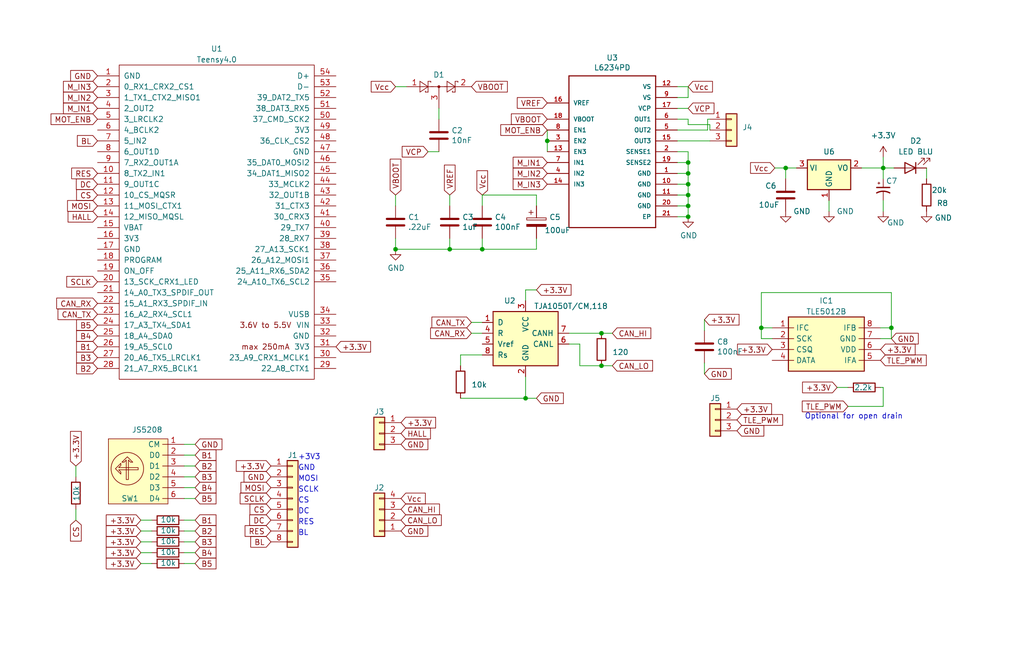
<source format=kicad_sch>
(kicad_sch (version 20230121) (generator eeschema)
  (paper "User" 240.005 152.4)
  (lib_symbols
    (symbol "Connector_Generic:Conn_01x03" (pin_names (offset 1.016) hide)
      (property "Reference" "J" (at 0 5.08 0))
      (property "Value" "Conn_01x03" (at 0 -5.08 0))
      (symbol "Conn_01x03_1_1"
        (rectangle (start -1.27 -2.413) (end 0 -2.667) (stroke (width 0.1524)))
        (rectangle (start -1.27 0.127) (end 0 -0.127) (stroke (width 0.1524)))
        (rectangle (start -1.27 2.667) (end 0 2.413) (stroke (width 0.1524)))
        (rectangle (start -1.27 3.81) (end 1.27 -3.81) (stroke (width 0.254)) (fill (type background)))
        (pin passive line (at -5.08 2.54 0) (length 3.81) (name "Pin_1") (number "1"))
        (pin passive line (at -5.08 0 0) (length 3.81) (name "Pin_2") (number "2"))
        (pin passive line (at -5.08 -2.54 0) (length 3.81) (name "Pin_3") (number "3"))
      )
    )
    (symbol "Connector_Generic:Conn_01x04" (pin_names (offset 1.016) hide)
      (property "Reference" "J" (at 0 5.08 0))
      (property "Value" "Conn_01x04" (at 0 -7.62 0))
      (symbol "Conn_01x04_1_1"
        (rectangle (start -1.27 -4.953) (end 0 -5.207) (stroke (width 0.1524)))
        (rectangle (start -1.27 -2.413) (end 0 -2.667) (stroke (width 0.1524)))
        (rectangle (start -1.27 0.127) (end 0 -0.127) (stroke (width 0.1524)))
        (rectangle (start -1.27 2.667) (end 0 2.413) (stroke (width 0.1524)))
        (rectangle (start -1.27 3.81) (end 1.27 -6.35) (stroke (width 0.254)) (fill (type background)))
        (pin passive line (at -5.08 2.54 0) (length 3.81) (name "Pin_1") (number "1"))
        (pin passive line (at -5.08 0 0) (length 3.81) (name "Pin_2") (number "2"))
        (pin passive line (at -5.08 -2.54 0) (length 3.81) (name "Pin_3") (number "3"))
        (pin passive line (at -5.08 -5.08 0) (length 3.81) (name "Pin_4") (number "4"))
      )
    )
    (symbol "Connector_Generic:Conn_01x08" (pin_names (offset 1.016) hide)
      (property "Reference" "J" (at 0 10.16 0))
      (property "Value" "Conn_01x08" (at 0 -12.7 0))
      (symbol "Conn_01x08_1_1"
        (rectangle (start -1.27 -10.033) (end 0 -10.287) (stroke (width 0.1524)))
        (rectangle (start -1.27 -7.493) (end 0 -7.747) (stroke (width 0.1524)))
        (rectangle (start -1.27 -4.953) (end 0 -5.207) (stroke (width 0.1524)))
        (rectangle (start -1.27 -2.413) (end 0 -2.667) (stroke (width 0.1524)))
        (rectangle (start -1.27 0.127) (end 0 -0.127) (stroke (width 0.1524)))
        (rectangle (start -1.27 2.667) (end 0 2.413) (stroke (width 0.1524)))
        (rectangle (start -1.27 5.207) (end 0 4.953) (stroke (width 0.1524)))
        (rectangle (start -1.27 7.747) (end 0 7.493) (stroke (width 0.1524)))
        (rectangle (start -1.27 8.89) (end 1.27 -11.43) (stroke (width 0.254)) (fill (type background)))
        (pin passive line (at -5.08 7.62 0) (length 3.81) (name "Pin_1") (number "1"))
        (pin passive line (at -5.08 5.08 0) (length 3.81) (name "Pin_2") (number "2"))
        (pin passive line (at -5.08 2.54 0) (length 3.81) (name "Pin_3") (number "3"))
        (pin passive line (at -5.08 0 0) (length 3.81) (name "Pin_4") (number "4"))
        (pin passive line (at -5.08 -2.54 0) (length 3.81) (name "Pin_5") (number "5"))
        (pin passive line (at -5.08 -5.08 0) (length 3.81) (name "Pin_6") (number "6"))
        (pin passive line (at -5.08 -7.62 0) (length 3.81) (name "Pin_7") (number "7"))
        (pin passive line (at -5.08 -10.16 0) (length 3.81) (name "Pin_8") (number "8"))
      )
    )
    (symbol "Device:C" (pin_numbers hide) (pin_names (offset 0.254))
      (property "Reference" "C" (at 0.635 2.54 0))
      (property "Value" "C" (at 0.635 -2.54 0))
      (symbol "C_0_1"
        (polyline (pts (xy -2.032 -0.762) (xy 2.032 -0.762)) (stroke (width 0.508)))
        (polyline (pts (xy -2.032 0.762) (xy 2.032 0.762)) (stroke (width 0.508)))
      )
      (symbol "C_1_1"
        (pin passive line (at 0 3.81 270) (length 2.794) (name "~") (number "1"))
        (pin passive line (at 0 -3.81 90) (length 2.794) (name "~") (number "2"))
      )
    )
    (symbol "Device:C_Polarized_Small_US" (pin_numbers hide) (pin_names (offset 0.254) hide)
      (property "Reference" "C" (at 0.254 1.778 0))
      (property "Value" "C_Polarized_Small_US" (at 0.254 -2.032 0))
      (symbol "C_Polarized_Small_US_0_1"
        (polyline (pts (xy -1.524 0.508) (xy 1.524 0.508)) (stroke (width 0.3048)))
        (polyline (pts (xy -1.27 1.524) (xy -0.762 1.524)))
        (polyline (pts (xy -1.016 1.27) (xy -1.016 1.778)))
        (arc (start 1.524 -0.762) (mid 0 -0.3734) (end -1.524 -0.762) (stroke (width 0.3048)))
      )
      (symbol "C_Polarized_Small_US_1_1"
        (pin passive line (at 0 2.54 270) (length 2.032) (name "~") (number "1"))
        (pin passive line (at 0 -2.54 90) (length 2.032) (name "~") (number "2"))
      )
    )
    (symbol "Device:LED" (pin_numbers hide) (pin_names (offset 1.016) hide)
      (property "Reference" "D" (at 0 2.54 0))
      (property "Value" "LED" (at 0 -2.54 0))
      (symbol "LED_0_1"
        (polyline (pts (xy -1.27 -1.27) (xy -1.27 1.27)) (stroke (width 0.254)))
        (polyline (pts (xy -1.27 0) (xy 1.27 0)))
        (polyline (pts (xy 1.27 -1.27) (xy 1.27 1.27) (xy -1.27 0) (xy 1.27 -1.27)) (stroke (width 0.254)))
        (polyline (pts (xy -3.048 -0.762) (xy -4.572 -2.286) (xy -3.81 -2.286) (xy -4.572 -2.286) (xy -4.572 -1.524)))
        (polyline (pts (xy -1.778 -0.762) (xy -3.302 -2.286) (xy -2.54 -2.286) (xy -3.302 -2.286) (xy -3.302 -1.524)))
      )
      (symbol "LED_1_1"
        (pin passive line (at -3.81 0 0) (length 2.54) (name "K") (number "1"))
        (pin passive line (at 3.81 0 180) (length 2.54) (name "A") (number "2"))
      )
    )
    (symbol "Device:R" (pin_numbers hide) (pin_names (offset 0))
      (property "Reference" "R" (at 2.032 0 90))
      (property "Value" "R" (at 0 0 90))
      (symbol "R_0_1"
        (rectangle (start -1.016 -2.54) (end 1.016 2.54) (stroke (width 0.254)))
      )
      (symbol "R_1_1"
        (pin passive line (at 0 3.81 270) (length 1.27) (name "~") (number "1"))
        (pin passive line (at 0 -3.81 90) (length 1.27) (name "~") (number "2"))
      )
    )
    (symbol "Interface_CAN_LIN:SN65HVD230" (pin_names (offset 1.016))
      (property "Reference" "U" (at -2.54 10.16 0))
      (property "Value" "SN65HVD230" (at -2.54 7.62 0))
      (symbol "SN65HVD230_0_1"
        (rectangle (start -7.62 5.08) (end 7.62 -7.62) (stroke (width 0.254)) (fill (type background)))
      )
      (symbol "SN65HVD230_1_1"
        (pin input line (at -10.16 2.54 0) (length 2.54) (name "D") (number "1"))
        (pin power_in line (at 0 -10.16 90) (length 2.54) (name "GND") (number "2"))
        (pin power_in line (at 0 7.62 270) (length 2.54) (name "VCC") (number "3"))
        (pin output line (at -10.16 0 0) (length 2.54) (name "R") (number "4"))
        (pin output line (at -10.16 -2.54 0) (length 2.54) (name "Vref") (number "5"))
        (pin bidirectional line (at 10.16 -2.54 180) (length 2.54) (name "CANL") (number "6"))
        (pin bidirectional line (at 10.16 0 180) (length 2.54) (name "CANH") (number "7"))
        (pin input line (at -10.16 -5.08 0) (length 2.54) (name "Rs") (number "8"))
      )
    )
    (symbol "Regulator_Linear:LD1117S18TR_SOT223"
      (property "Reference" "U" (at -3.81 3.175 0))
      (property "Value" "LD1117S18TR_SOT223" (at 0 3.175 0))
      (symbol "LD1117S18TR_SOT223_0_1"
        (rectangle (start -5.08 -5.08) (end 5.08 1.905) (stroke (width 0.254)) (fill (type background)))
      )
      (symbol "LD1117S18TR_SOT223_1_1"
        (pin power_in line (at 0 -7.62 90) (length 2.54) (name "GND") (number "1"))
        (pin power_out line (at 7.62 0 180) (length 2.54) (name "VO") (number "2"))
        (pin power_in line (at -7.62 0 0) (length 2.54) (name "VI") (number "3"))
      )
    )
    (symbol "TLE5012BE5000XUMA1:TLE5012BE5000XUMA1"
      (property "Reference" "IC" (at -2.54 11.43 0))
      (property "Value" "TLE5012B" (at -2.54 8.89 0))
      (symbol "TLE5012BE5000XUMA1_1_1"
        (rectangle (start -8.89 6.35) (end 8.89 -6.35) (stroke (width 0.254)) (fill (type background)))
        (pin passive line (at -12.7 3.81 0) (length 5.08) (name "IFC") (number "1"))
        (pin passive line (at -12.7 1.27 0) (length 5.08) (name "SCK") (number "2"))
        (pin passive line (at -12.7 -1.27 0) (length 5.08) (name "CSQ") (number "3"))
        (pin passive line (at -12.7 -3.81 0) (length 5.08) (name "DATA") (number "4"))
        (pin passive line (at 12.7 -3.81 180) (length 5.08) (name "IFA") (number "5"))
        (pin passive line (at 12.7 -1.27 180) (length 5.08) (name "VDD") (number "6"))
        (pin passive line (at 12.7 1.27 180) (length 5.08) (name "GND") (number "7"))
        (pin passive line (at 12.7 3.81 180) (length 5.08) (name "IFB") (number "8"))
      )
    )
    (symbol "mechanical_speedo-rescue:Joy_switch-Switch-joystick-rescue"
      (property "Reference" "SW" (at -6.35 8.89 0))
      (property "Value" "joystick-rescue_Joy_switch-Switch" (at -2.54 -10.16 0))
      (symbol "Joy_switch-Switch-joystick-rescue_0_1"
        (rectangle (start -5.08 7.62) (end 8.89 -7.62) (fill (type background)))
        (circle (center -0.635 0.635) (radius 3.81))
        (polyline (pts (xy -0.889 -1.905) (xy -0.889 2.667) (xy -1.397 2.159) (xy -1.905 2.159) (xy -0.635 3.429) (xy 0.635 2.159) (xy 0.127 2.159) (xy -0.381 2.667) (xy -0.381 -1.905) (xy -0.889 -1.905) (xy -0.889 -1.905)))
      )
      (symbol "Joy_switch-Switch-joystick-rescue_1_1"
        (polyline (pts (xy 1.905 0.381) (xy -2.667 0.381) (xy -2.159 -0.127) (xy -2.159 -0.635) (xy -3.429 0.635) (xy -2.159 1.905) (xy -2.159 1.397) (xy -2.667 0.889) (xy 1.905 0.889) (xy 1.905 0.381) (xy 1.905 0.381)))
        (pin passive line (at 12.7 6.35 180) (length 5.08) (name "CM") (number "1"))
        (pin passive line (at 12.7 3.81 180) (length 5.08) (name "D0") (number "2"))
        (pin passive line (at 12.7 1.27 180) (length 5.08) (name "D1") (number "3"))
        (pin passive line (at 12.7 -1.27 180) (length 5.08) (name "D2") (number "4"))
        (pin passive line (at 12.7 -3.81 180) (length 5.08) (name "D3") (number "5"))
        (pin passive line (at 12.7 -6.35 180) (length 5.08) (name "D4") (number "6"))
      )
    )
    (symbol "power:+3.3V" (power) (pin_names (offset 0))
      (property "Value" "+3.3V" (at 0 3.556 0))
      (symbol "+3.3V_0_1"
        (polyline (pts (xy -0.762 1.27) (xy 0 2.54)))
        (polyline (pts (xy 0 0) (xy 0 2.54)))
        (polyline (pts (xy 0 2.54) (xy 0.762 1.27)))
      )
      (symbol "+3.3V_1_1"
        (pin power_in line (at 0 0 90) (length 0) hide (name "+3.3V") (number "1"))
      )
    )
    (symbol "power:GND" (power) (pin_names (offset 0))
      (property "Value" "GND" (at 0 -3.81 0))
      (symbol "GND_0_1"
        (polyline (pts (xy 0 0) (xy 0 -1.27) (xy 1.27 -1.27) (xy 0 -2.54) (xy -1.27 -1.27) (xy 0 -1.27)))
      )
      (symbol "GND_1_1"
        (pin power_in line (at 0 0 270) (length 0) hide (name "GND") (number "1"))
      )
    )
    (symbol "single_driver-rescue:BAT54S-Diode" (pin_names (offset 1.016))
      (property "Reference" "D" (at 0.635 -3.81 0))
      (property "Value" "Diode_BAT54S" (at -6.35 3.175 0))
      (symbol "BAT54S-Diode_0_1"
        (polyline (pts (xy -3.81 0) (xy -1.27 0)))
        (polyline (pts (xy -3.175 -1.27) (xy -3.175 -1.016)))
        (polyline (pts (xy -2.54 -1.27) (xy -3.175 -1.27)))
        (polyline (pts (xy -2.54 -1.27) (xy -2.54 1.27)))
        (polyline (pts (xy -2.54 1.27) (xy -1.905 1.27)))
        (polyline (pts (xy -1.905 0) (xy 1.905 0)))
        (polyline (pts (xy -1.905 1.27) (xy -1.905 1.016)))
        (polyline (pts (xy 1.27 0) (xy 3.81 0)))
        (polyline (pts (xy 3.175 -1.27) (xy 3.175 -1.016)))
        (polyline (pts (xy 3.81 -1.27) (xy 3.175 -1.27)))
        (polyline (pts (xy 3.81 -1.27) (xy 3.81 1.27)))
        (polyline (pts (xy 3.81 1.27) (xy 4.445 1.27)))
        (polyline (pts (xy 4.445 1.27) (xy 4.445 1.016)))
        (polyline (pts (xy -4.445 1.27) (xy -4.445 -1.27) (xy -2.54 0) (xy -4.445 1.27)))
        (polyline (pts (xy 1.905 1.27) (xy 1.905 -1.27) (xy 3.81 0) (xy 1.905 1.27)))
        (circle (center 0 0) (radius 0.254) (fill (type outline)))
      )
      (symbol "BAT54S-Diode_1_1"
        (pin passive line (at -7.62 0 0) (length 3.81) (name "~") (number "1"))
        (pin passive line (at 7.62 0 180) (length 3.81) (name "~") (number "2"))
        (pin passive line (at 0 -5.08 90) (length 5.08) (name "~") (number "3"))
      )
    )
    (symbol "single_driver-rescue:CP-Device" (pin_numbers hide) (pin_names (offset 0.254))
      (property "Reference" "C" (at 0.635 2.54 0))
      (property "Value" "Device_CP" (at 0.635 -2.54 0))
      (symbol "CP-Device_0_1"
        (rectangle (start -2.286 0.508) (end 2.286 1.016))
        (polyline (pts (xy -1.778 2.286) (xy -0.762 2.286)))
        (polyline (pts (xy -1.27 2.794) (xy -1.27 1.778)))
        (rectangle (start 2.286 -0.508) (end -2.286 -1.016) (fill (type outline)))
      )
      (symbol "CP-Device_1_1"
        (pin passive line (at 0 3.81 270) (length 2.794) (name "~") (number "1"))
        (pin passive line (at 0 -3.81 90) (length 2.794) (name "~") (number "2"))
      )
    )
    (symbol "single_driver-rescue:L6234PD-L6234PD" (pin_names (offset 1.016))
      (property "Reference" "U" (at -10.16 18.4404 0))
      (property "Value" "L6234PD_L6234PD" (at -10.16 -20.3454 0))
      (symbol "L6234PD-L6234PD_0_0"
        (polyline (pts (xy -10.16 -17.78) (xy -10.16 17.78)) (stroke (width 0.254)))
        (polyline (pts (xy -10.16 17.78) (xy 10.16 17.78)) (stroke (width 0.254)))
        (polyline (pts (xy 10.16 -17.78) (xy -10.16 -17.78)) (stroke (width 0.254)))
        (polyline (pts (xy 10.16 17.78) (xy 10.16 -17.78)) (stroke (width 0.254)))
        (pin power_in line (at 15.24 -5.08 180) (length 5.08) (name "GND") (number "1"))
        (pin power_in line (at 15.24 -7.62 180) (length 5.08) (name "GND") (number "10"))
        (pin power_in line (at 15.24 -10.16 180) (length 5.08) (name "GND") (number "11"))
        (pin power_in line (at 15.24 15.24 180) (length 5.08) (name "VS") (number "12"))
        (pin input line (at -15.24 0 0) (length 5.08) (name "EN3") (number "13"))
        (pin input line (at -15.24 -7.62 0) (length 5.08) (name "IN3") (number "14"))
        (pin output line (at 15.24 2.54 180) (length 5.08) (name "OUT3") (number "15"))
        (pin power_in line (at -15.24 11.43 0) (length 5.08) (name "VREF") (number "16"))
        (pin output line (at 15.24 10.16 180) (length 5.08) (name "VCP") (number "17"))
        (pin input line (at -15.24 7.62 0) (length 5.08) (name "VBOOT") (number "18"))
        (pin output line (at 15.24 -2.54 180) (length 5.08) (name "SENSE2") (number "19"))
        (pin output line (at 15.24 0 180) (length 5.08) (name "SENSE1") (number "2"))
        (pin power_in line (at 15.24 -12.7 180) (length 5.08) (name "GND") (number "20"))
        (pin power_in line (at 15.24 -15.24 180) (length 5.08) (name "EP") (number "21"))
        (pin input line (at -15.24 2.54 0) (length 5.08) (name "EN2") (number "3"))
        (pin input line (at -15.24 -5.08 0) (length 5.08) (name "IN2") (number "4"))
        (pin output line (at 15.24 5.08 180) (length 5.08) (name "OUT2") (number "5"))
        (pin output line (at 15.24 7.62 180) (length 5.08) (name "OUT1") (number "6"))
        (pin input line (at -15.24 -2.54 0) (length 5.08) (name "IN1") (number "7"))
        (pin input line (at -15.24 5.08 0) (length 5.08) (name "EN1") (number "8"))
        (pin power_in line (at 15.24 12.7 180) (length 5.08) (name "VS") (number "9"))
      )
    )
    (symbol "teensy:Teensy4.0" (pin_names (offset 1.016))
      (property "Reference" "U" (at 0 39.37 0))
      (property "Value" "Teensy4.0" (at 0 -39.37 0))
      (symbol "Teensy4.0_0_0"
        (text "3.6V to 5.5V" (at 11.43 -24.13 0) (effects (font (size 1.27 1.27))))
        (text "max 250mA" (at 11.43 -29.21 0) (effects (font (size 1.27 1.27))))
        (pin bidirectional line (at -27.94 11.43 0) (length 5.08) (name "8_TX2_IN1") (number "10"))
        (pin bidirectional line (at -27.94 8.89 0) (length 5.08) (name "9_OUT1C") (number "11"))
        (pin bidirectional line (at -27.94 6.35 0) (length 5.08) (name "10_CS_MQSR") (number "12"))
        (pin bidirectional line (at -27.94 3.81 0) (length 5.08) (name "11_MOSI_CTX1") (number "13"))
        (pin bidirectional line (at -27.94 1.27 0) (length 5.08) (name "12_MISO_MQSL") (number "14"))
        (pin power_in line (at -27.94 -1.27 0) (length 5.08) (name "VBAT") (number "15"))
        (pin power_in line (at -27.94 -3.81 0) (length 5.08) (name "3V3") (number "16"))
        (pin power_in line (at -27.94 -6.35 0) (length 5.08) (name "GND") (number "17"))
        (pin input line (at -27.94 -8.89 0) (length 5.08) (name "PROGRAM") (number "18"))
        (pin input line (at -27.94 -11.43 0) (length 5.08) (name "ON_OFF") (number "19"))
        (pin bidirectional line (at -27.94 -13.97 0) (length 5.08) (name "13_SCK_CRX1_LED") (number "20"))
        (pin bidirectional line (at -27.94 -16.51 0) (length 5.08) (name "14_A0_TX3_SPDIF_OUT") (number "21"))
        (pin bidirectional line (at -27.94 -19.05 0) (length 5.08) (name "15_A1_RX3_SPDIF_IN") (number "22"))
        (pin bidirectional line (at -27.94 -21.59 0) (length 5.08) (name "16_A2_RX4_SCL1") (number "23"))
        (pin bidirectional line (at -27.94 -24.13 0) (length 5.08) (name "17_A3_TX4_SDA1") (number "24"))
        (pin bidirectional line (at -27.94 -26.67 0) (length 5.08) (name "18_A4_SDA0") (number "25"))
        (pin bidirectional line (at -27.94 -29.21 0) (length 5.08) (name "19_A5_SCL0") (number "26"))
        (pin bidirectional line (at -27.94 -31.75 0) (length 5.08) (name "20_A6_TX5_LRCLK1") (number "27"))
        (pin bidirectional line (at -27.94 -34.29 0) (length 5.08) (name "21_A7_RX5_BCLK1") (number "28"))
        (pin bidirectional line (at 27.94 -34.29 180) (length 5.08) (name "22_A8_CTX1") (number "29"))
        (pin bidirectional line (at 27.94 -31.75 180) (length 5.08) (name "23_A9_CRX1_MCLK1") (number "30"))
        (pin power_out line (at 27.94 -29.21 180) (length 5.08) (name "3V3") (number "31"))
        (pin power_in line (at 27.94 -26.67 180) (length 5.08) (name "GND") (number "32"))
        (pin power_in line (at 27.94 -24.13 180) (length 5.08) (name "VIN") (number "33"))
        (pin power_out line (at 27.94 -21.59 180) (length 5.08) (name "VUSB") (number "34"))
        (pin bidirectional line (at 27.94 -13.97 180) (length 5.08) (name "24_A10_TX6_SCL2") (number "35"))
        (pin bidirectional line (at 27.94 -11.43 180) (length 5.08) (name "25_A11_RX6_SDA2") (number "36"))
        (pin bidirectional line (at 27.94 -8.89 180) (length 5.08) (name "26_A12_MOSI1") (number "37"))
        (pin bidirectional line (at 27.94 -6.35 180) (length 5.08) (name "27_A13_SCK1") (number "38"))
        (pin bidirectional line (at 27.94 -3.81 180) (length 5.08) (name "28_RX7") (number "39"))
        (pin bidirectional line (at 27.94 -1.27 180) (length 5.08) (name "29_TX7") (number "40"))
        (pin bidirectional line (at 27.94 1.27 180) (length 5.08) (name "30_CRX3") (number "41"))
        (pin bidirectional line (at 27.94 3.81 180) (length 5.08) (name "31_CTX3") (number "42"))
        (pin bidirectional line (at 27.94 6.35 180) (length 5.08) (name "32_OUT1B") (number "43"))
        (pin bidirectional line (at 27.94 8.89 180) (length 5.08) (name "33_MCLK2") (number "44"))
        (pin bidirectional line (at 27.94 11.43 180) (length 5.08) (name "34_DAT1_MISO2") (number "45"))
        (pin bidirectional line (at 27.94 13.97 180) (length 5.08) (name "35_DAT0_MOSI2") (number "46"))
        (pin power_out line (at 27.94 16.51 180) (length 5.08) (name "GND") (number "47"))
        (pin bidirectional line (at 27.94 19.05 180) (length 5.08) (name "36_CLK_CS2") (number "48"))
        (pin power_out line (at 27.94 21.59 180) (length 5.08) (name "3V3") (number "49"))
        (pin bidirectional line (at -27.94 24.13 0) (length 5.08) (name "3_LRCLK2") (number "5"))
        (pin bidirectional line (at 27.94 24.13 180) (length 5.08) (name "37_CMD_SCK2") (number "50"))
        (pin bidirectional line (at 27.94 26.67 180) (length 5.08) (name "38_DAT3_RX5") (number "51"))
        (pin bidirectional line (at 27.94 29.21 180) (length 5.08) (name "39_DAT2_TX5") (number "52"))
        (pin bidirectional line (at 27.94 31.75 180) (length 5.08) (name "D-") (number "53"))
        (pin bidirectional line (at 27.94 34.29 180) (length 5.08) (name "D+") (number "54"))
        (pin bidirectional line (at -27.94 21.59 0) (length 5.08) (name "4_BCLK2") (number "6"))
        (pin bidirectional line (at -27.94 19.05 0) (length 5.08) (name "5_IN2") (number "7"))
        (pin bidirectional line (at -27.94 16.51 0) (length 5.08) (name "6_OUT1D") (number "8"))
        (pin bidirectional line (at -27.94 13.97 0) (length 5.08) (name "7_RX2_OUT1A") (number "9"))
      )
      (symbol "Teensy4.0_0_1"
        (rectangle (start -22.86 36.83) (end 22.86 -36.83))
        (rectangle (start -20.32 -31.75) (end -20.32 -31.75))
      )
      (symbol "Teensy4.0_1_1"
        (pin power_in line (at -27.94 34.29 0) (length 5.08) (name "GND") (number "1"))
        (pin bidirectional line (at -27.94 31.75 0) (length 5.08) (name "0_RX1_CRX2_CS1") (number "2"))
        (pin bidirectional line (at -27.94 29.21 0) (length 5.08) (name "1_TX1_CTX2_MISO1") (number "3"))
        (pin bidirectional line (at -27.94 26.67 0) (length 5.08) (name "2_OUT2") (number "4"))
      )
    )
  )
  (junction (at 178.435 76.835))
  (junction (at 123.19 93.345))
  (junction (at 128.27 33.02))
  (junction (at 140.97 85.725))
  (junction (at 161.29 40.64))
  (junction (at 161.29 38.1))
  (junction (at 140.97 78.105))
  (junction (at 92.71 58.42))
  (junction (at 161.29 43.18))
  (junction (at 105.41 58.42))
  (junction (at 207.01 39.37))
  (junction (at 113.03 58.42))
  (junction (at 161.29 48.26))
  (junction (at 184.15 39.37))
  (junction (at 161.29 45.72))
  (junction (at 208.915 76.835))
  (junction (at 161.29 50.8))
  (wire (pts (xy 208.915 76.835) (xy 208.915 79.375)))
  (wire (pts (xy 208.915 68.58) (xy 208.915 76.835)))
  (wire (pts (xy 161.29 29.21) (xy 166.37 29.21)))
  (wire (pts (xy 140.97 78.105) (xy 143.51 78.105)))
  (wire (pts (xy 158.75 35.56) (xy 161.29 35.56)))
  (wire (pts (xy 165.1 85.09) (xy 165.1 87.63)))
  (wire (pts (xy 113.03 58.42) (xy 105.41 58.42)))
  (wire (pts (xy 158.75 25.4) (xy 161.29 25.4)))
  (wire (pts (xy 110.49 75.565) (xy 113.03 75.565)))
  (wire (pts (xy 206.375 90.805) (xy 207.01 90.805)))
  (wire (pts (xy 178.435 79.375) (xy 180.975 79.375)))
  (wire (pts (xy 207.01 39.37) (xy 209.55 39.37)))
  (wire (pts (xy 140.97 85.725) (xy 143.51 85.725)))
  (wire (pts (xy 178.435 76.835) (xy 178.435 79.375)))
  (wire (pts (xy 100.33 35.56) (xy 102.87 35.56)))
  (wire (pts (xy 33.02 129.54) (xy 35.56 129.54)))
  (wire (pts (xy 158.75 45.72) (xy 161.29 45.72)))
  (wire (pts (xy 43.18 132.08) (xy 45.72 132.08)))
  (wire (pts (xy 125.73 58.42) (xy 113.03 58.42)))
  (wire (pts (xy 161.29 40.64) (xy 161.29 43.18)))
  (wire (pts (xy 158.75 27.94) (xy 161.29 27.94)))
  (wire (pts (xy 45.72 109.22) (xy 43.18 109.22)))
  (wire (pts (xy 107.95 93.345) (xy 123.19 93.345)))
  (wire (pts (xy 201.93 39.37) (xy 207.01 39.37)))
  (wire (pts (xy 166.37 29.21) (xy 166.37 30.48)))
  (wire (pts (xy 105.41 48.26) (xy 105.41 45.72)))
  (wire (pts (xy 208.915 79.375) (xy 206.375 79.375)))
  (wire (pts (xy 125.73 45.72) (xy 113.03 45.72)))
  (wire (pts (xy 125.73 67.945) (xy 123.19 67.945)))
  (wire (pts (xy 107.95 83.185) (xy 113.03 83.185)))
  (wire (pts (xy 165.862 30.48) (xy 158.75 30.48)))
  (wire (pts (xy 207.01 95.25) (xy 198.755 95.25)))
  (wire (pts (xy 158.75 38.1) (xy 161.29 38.1)))
  (wire (pts (xy 110.49 78.105) (xy 113.03 78.105)))
  (wire (pts (xy 161.29 50.8) (xy 161.29 48.26)))
  (wire (pts (xy 194.31 46.99) (xy 194.31 49.53)))
  (wire (pts (xy 161.29 38.1) (xy 161.29 40.64)))
  (wire (pts (xy 207.01 90.805) (xy 207.01 95.25)))
  (wire (pts (xy 33.02 124.46) (xy 35.56 124.46)))
  (wire (pts (xy 158.75 33.02) (xy 166.37 33.02)))
  (wire (pts (xy 207.01 39.37) (xy 207.01 41.91)))
  (wire (pts (xy 123.19 88.265) (xy 123.19 93.345)))
  (wire (pts (xy 158.75 40.64) (xy 161.29 40.64)))
  (wire (pts (xy 123.19 67.945) (xy 123.19 70.485)))
  (wire (pts (xy 178.435 68.58) (xy 208.915 68.58)))
  (wire (pts (xy 207.01 36.83) (xy 207.01 39.37)))
  (wire (pts (xy 181.61 39.37) (xy 184.15 39.37)))
  (wire (pts (xy 113.03 55.88) (xy 113.03 58.42)))
  (wire (pts (xy 92.71 48.26) (xy 92.71 45.72)))
  (wire (pts (xy 178.435 76.835) (xy 178.435 68.58)))
  (wire (pts (xy 161.29 35.56) (xy 161.29 38.1)))
  (wire (pts (xy 207.01 46.99) (xy 207.01 49.53)))
  (wire (pts (xy 105.41 55.88) (xy 105.41 58.42)))
  (wire (pts (xy 217.17 39.37) (xy 217.17 41.91)))
  (wire (pts (xy 92.71 20.32) (xy 95.25 20.32)))
  (wire (pts (xy 43.18 121.92) (xy 45.72 121.92)))
  (wire (pts (xy 33.02 132.08) (xy 35.56 132.08)))
  (wire (pts (xy 135.89 80.645) (xy 135.89 85.725)))
  (wire (pts (xy 43.18 124.46) (xy 45.72 124.46)))
  (wire (pts (xy 43.18 129.54) (xy 45.72 129.54)))
  (wire (pts (xy 45.72 104.14) (xy 43.18 104.14)))
  (wire (pts (xy 161.29 27.94) (xy 161.29 29.21)))
  (wire (pts (xy 161.29 48.26) (xy 158.75 48.26)))
  (wire (pts (xy 158.75 20.32) (xy 161.29 20.32)))
  (wire (pts (xy 158.75 43.18) (xy 161.29 43.18)))
  (wire (pts (xy 206.375 76.835) (xy 208.915 76.835)))
  (wire (pts (xy 165.1 77.47) (xy 165.1 74.93)))
  (wire (pts (xy 45.72 114.3) (xy 43.18 114.3)))
  (wire (pts (xy 135.89 85.725) (xy 140.97 85.725)))
  (wire (pts (xy 45.72 106.68) (xy 43.18 106.68)))
  (wire (pts (xy 128.27 33.02) (xy 128.27 35.56)))
  (wire (pts (xy 92.71 58.42) (xy 92.71 55.88)))
  (wire (pts (xy 178.435 76.835) (xy 180.975 76.835)))
  (wire (pts (xy 105.41 58.42) (xy 92.71 58.42)))
  (wire (pts (xy 196.215 90.805) (xy 198.755 90.805)))
  (wire (pts (xy 17.78 109.22) (xy 17.78 111.76)))
  (wire (pts (xy 184.15 39.37) (xy 186.69 39.37)))
  (wire (pts (xy 45.72 111.76) (xy 43.18 111.76)))
  (wire (pts (xy 45.72 116.84) (xy 43.18 116.84)))
  (wire (pts (xy 125.73 55.88) (xy 125.73 58.42)))
  (wire (pts (xy 107.95 83.185) (xy 107.95 85.725)))
  (wire (pts (xy 161.29 22.86) (xy 158.75 22.86)))
  (wire (pts (xy 125.73 93.345) (xy 123.19 93.345)))
  (wire (pts (xy 184.15 39.37) (xy 184.15 41.91)))
  (wire (pts (xy 133.35 78.105) (xy 140.97 78.105)))
  (wire (pts (xy 166.37 27.94) (xy 165.862 27.94)))
  (wire (pts (xy 161.29 45.72) (xy 161.29 48.26)))
  (wire (pts (xy 158.75 50.8) (xy 161.29 50.8)))
  (wire (pts (xy 128.27 30.48) (xy 128.27 33.02)))
  (wire (pts (xy 161.29 20.32) (xy 161.29 22.86)))
  (wire (pts (xy 161.29 43.18) (xy 161.29 45.72)))
  (wire (pts (xy 113.03 45.72) (xy 113.03 48.26)))
  (wire (pts (xy 133.35 80.645) (xy 135.89 80.645)))
  (wire (pts (xy 33.02 121.92) (xy 35.56 121.92)))
  (wire (pts (xy 165.862 27.94) (xy 165.862 30.48)))
  (wire (pts (xy 125.73 48.26) (xy 125.73 45.72)))
  (wire (pts (xy 33.02 127) (xy 35.56 127)))
  (wire (pts (xy 17.78 119.38) (xy 17.78 121.92)))
  (wire (pts (xy 102.87 27.94) (xy 102.87 25.4)))
  (wire (pts (xy 43.18 127) (xy 45.72 127)))
  (text "MOSI" (at 69.85 113.03 0) (effects (font (size 1.27 1.27)) (justify left bottom)))
  (text "CS\n" (at 69.85 118.11 0) (effects (font (size 1.27 1.27)) (justify left bottom)))
  (text "Optional for open drain" (at 188.595 98.425 0) (effects (font (size 1.27 1.27)) (justify left bottom)))
  (text "DC\n" (at 69.85 120.65 0) (effects (font (size 1.27 1.27)) (justify left bottom)))
  (text "BL" (at 69.85 125.73 0) (effects (font (size 1.27 1.27)) (justify left bottom)))
  (text "RES" (at 69.85 123.19 0) (effects (font (size 1.27 1.27)) (justify left bottom)))
  (text "GND" (at 69.85 110.49 0) (effects (font (size 1.27 1.27)) (justify left bottom)))
  (text "+3V3\n" (at 69.85 107.95 0) (effects (font (size 1.27 1.27)) (justify left bottom)))
  (text "SCLK" (at 69.85 115.57 0) (effects (font (size 1.27 1.27)) (justify left bottom)))
  (global_label "B3" (shape input) (at 22.86 83.82 180) (property "Intersheetrefs" "${INTERSHEET_REFS}" (effects hide)))
  (global_label "M_IN2" (shape input) (at 128.27 40.64 180) (property "Intersheetrefs" "${INTERSHEET_REFS}" (effects hide)))
  (global_label "VREF" (shape input) (at 105.41 45.72 90) (property "Intersheetrefs" "${INTERSHEET_REFS}" (effects hide)))
  (global_label "VBOOT" (shape input) (at 128.27 27.94 180) (property "Intersheetrefs" "${INTERSHEET_REFS}" (effects hide)))
  (global_label "DC" (shape input) (at 22.86 43.18 180) (property "Intersheetrefs" "${INTERSHEET_REFS}" (effects hide)))
  (global_label "DC" (shape input) (at 63.5 121.92 180) (property "Intersheetrefs" "${INTERSHEET_REFS}" (effects hide)))
  (global_label "B3" (shape input) (at 45.72 111.76 0) (property "Intersheetrefs" "${INTERSHEET_REFS}" (effects hide)))
  (global_label "+3.3V" (shape input) (at 17.78 109.22 90) (property "Intersheetrefs" "${INTERSHEET_REFS}" (effects hide)))
  (global_label "HALL" (shape input) (at 22.86 50.8 180) (property "Intersheetrefs" "${INTERSHEET_REFS}" (effects hide)))
  (global_label "B2" (shape input) (at 45.72 124.46 0) (property "Intersheetrefs" "${INTERSHEET_REFS}" (effects hide)))
  (global_label "CAN_LO" (shape input) (at 143.51 85.725 0) (property "Intersheetrefs" "${INTERSHEET_REFS}" (effects hide)))
  (global_label "GND" (shape input) (at 22.86 17.78 180) (property "Intersheetrefs" "${INTERSHEET_REFS}" (effects hide)))
  (global_label "CS" (shape input) (at 22.86 45.72 180) (property "Intersheetrefs" "${INTERSHEET_REFS}" (effects hide)))
  (global_label "MOT_ENB" (shape input) (at 128.27 30.48 180) (property "Intersheetrefs" "${INTERSHEET_REFS}" (effects hide)))
  (global_label "+3.3V" (shape input) (at 63.5 109.22 180) (property "Intersheetrefs" "${INTERSHEET_REFS}" (effects hide)))
  (global_label "BL" (shape input) (at 22.86 33.02 180) (property "Intersheetrefs" "${INTERSHEET_REFS}" (effects hide)))
  (global_label "GND" (shape input) (at 172.72 100.965 0) (property "Intersheetrefs" "${INTERSHEET_REFS}" (effects hide)))
  (global_label "TLE_PWM" (shape input) (at 198.755 95.25 180) (property "Intersheetrefs" "${INTERSHEET_REFS}" (effects hide)))
  (global_label "B5" (shape input) (at 45.72 116.84 0) (property "Intersheetrefs" "${INTERSHEET_REFS}" (effects hide)))
  (global_label "Vcc" (shape input) (at 93.98 116.84 0) (property "Intersheetrefs" "${INTERSHEET_REFS}" (effects hide)))
  (global_label "M_IN3" (shape input) (at 128.27 43.18 180) (property "Intersheetrefs" "${INTERSHEET_REFS}" (effects hide)))
  (global_label "CAN_TX" (shape input) (at 22.86 73.66 180) (property "Intersheetrefs" "${INTERSHEET_REFS}" (effects hide)))
  (global_label "M_IN2" (shape input) (at 22.86 22.86 180) (property "Intersheetrefs" "${INTERSHEET_REFS}" (effects hide)))
  (global_label "B1" (shape input) (at 45.72 106.68 0) (property "Intersheetrefs" "${INTERSHEET_REFS}" (effects hide)))
  (global_label "B1" (shape input) (at 45.72 121.92 0) (property "Intersheetrefs" "${INTERSHEET_REFS}" (effects hide)))
  (global_label "M_IN1" (shape input) (at 22.86 25.4 180) (property "Intersheetrefs" "${INTERSHEET_REFS}" (effects hide)))
  (global_label "+3.3V" (shape input) (at 93.98 99.06 0) (property "Intersheetrefs" "${INTERSHEET_REFS}" (effects hide)))
  (global_label "MOSI" (shape input) (at 63.5 114.3 180) (property "Intersheetrefs" "${INTERSHEET_REFS}" (effects hide)))
  (global_label "B4" (shape input) (at 22.86 78.74 180) (property "Intersheetrefs" "${INTERSHEET_REFS}" (effects hide)))
  (global_label "GND" (shape input) (at 208.915 79.375 0) (property "Intersheetrefs" "${INTERSHEET_REFS}" (effects hide)))
  (global_label "TLE_PWM" (shape input) (at 206.375 84.455 0) (property "Intersheetrefs" "${INTERSHEET_REFS}" (effects hide)))
  (global_label "+3.3V" (shape input) (at 125.73 67.945 0) (property "Intersheetrefs" "${INTERSHEET_REFS}" (effects hide)))
  (global_label "+3.3V" (shape input) (at 206.375 81.915 0) (property "Intersheetrefs" "${INTERSHEET_REFS}" (effects hide)))
  (global_label "+3.3V" (shape input) (at 33.02 127 180) (property "Intersheetrefs" "${INTERSHEET_REFS}" (effects hide)))
  (global_label "VCP" (shape input) (at 100.33 35.56 180) (property "Intersheetrefs" "${INTERSHEET_REFS}" (effects hide)))
  (global_label "+3.3V" (shape input) (at 33.02 124.46 180) (property "Intersheetrefs" "${INTERSHEET_REFS}" (effects hide)))
  (global_label "GND" (shape input) (at 45.72 104.14 0) (property "Intersheetrefs" "${INTERSHEET_REFS}" (effects hide)))
  (global_label "GND" (shape input) (at 63.5 111.76 180) (property "Intersheetrefs" "${INTERSHEET_REFS}" (effects hide)))
  (global_label "+3.3V" (shape input) (at 33.02 121.92 180) (property "Intersheetrefs" "${INTERSHEET_REFS}" (effects hide)))
  (global_label "CAN_LO" (shape input) (at 93.98 121.92 0) (property "Intersheetrefs" "${INTERSHEET_REFS}" (effects hide)))
  (global_label "CAN_HI" (shape input) (at 93.98 119.38 0) (property "Intersheetrefs" "${INTERSHEET_REFS}" (effects hide)))
  (global_label "B3" (shape input) (at 45.72 127 0) (property "Intersheetrefs" "${INTERSHEET_REFS}" (effects hide)))
  (global_label "SCLK" (shape input) (at 22.86 66.04 180) (property "Intersheetrefs" "${INTERSHEET_REFS}" (effects hide)))
  (global_label "+3.3V" (shape input) (at 33.02 129.54 180) (property "Intersheetrefs" "${INTERSHEET_REFS}" (effects hide)))
  (global_label "CAN_HI" (shape input) (at 143.51 78.105 0) (property "Intersheetrefs" "${INTERSHEET_REFS}" (effects hide)))
  (global_label "CAN_RX" (shape input) (at 22.86 71.12 180) (property "Intersheetrefs" "${INTERSHEET_REFS}" (effects hide)))
  (global_label "SCLK" (shape input) (at 63.5 116.84 180) (property "Intersheetrefs" "${INTERSHEET_REFS}" (effects hide)))
  (global_label "RES" (shape input) (at 63.5 124.46 180) (property "Intersheetrefs" "${INTERSHEET_REFS}" (effects hide)))
  (global_label "TLE_PWM" (shape input) (at 172.72 98.425 0) (property "Intersheetrefs" "${INTERSHEET_REFS}" (effects hide)))
  (global_label "GND" (shape input) (at 93.98 124.46 0) (property "Intersheetrefs" "${INTERSHEET_REFS}" (effects hide)))
  (global_label "B5" (shape input) (at 22.86 76.2 180) (property "Intersheetrefs" "${INTERSHEET_REFS}" (effects hide)))
  (global_label "MOT_ENB" (shape input) (at 22.86 27.94 180) (property "Intersheetrefs" "${INTERSHEET_REFS}" (effects hide)))
  (global_label "Vcc" (shape input) (at 181.61 39.37 180) (property "Intersheetrefs" "${INTERSHEET_REFS}" (effects hide)))
  (global_label "+3.3V" (shape input) (at 172.72 95.885 0) (property "Intersheetrefs" "${INTERSHEET_REFS}" (effects hide)))
  (global_label "VBOOT" (shape input) (at 110.49 20.32 0) (property "Intersheetrefs" "${INTERSHEET_REFS}" (effects hide)))
  (global_label "+3.3V" (shape input) (at 196.215 90.805 180) (property "Intersheetrefs" "${INTERSHEET_REFS}" (effects hide)))
  (global_label "VBOOT" (shape input) (at 92.71 45.72 90) (property "Intersheetrefs" "${INTERSHEET_REFS}" (effects hide)))
  (global_label "CS" (shape input) (at 17.78 121.92 270) (property "Intersheetrefs" "${INTERSHEET_REFS}" (effects hide)))
  (global_label "Vcc" (shape input) (at 113.03 45.72 90) (property "Intersheetrefs" "${INTERSHEET_REFS}" (effects hide)))
  (global_label "CAN_TX" (shape input) (at 110.49 75.565 180) (property "Intersheetrefs" "${INTERSHEET_REFS}" (effects hide)))
  (global_label "RES" (shape input) (at 22.86 40.64 180) (property "Intersheetrefs" "${INTERSHEET_REFS}" (effects hide)))
  (global_label "B2" (shape input) (at 22.86 86.36 180) (property "Intersheetrefs" "${INTERSHEET_REFS}" (effects hide)))
  (global_label "BL" (shape input) (at 63.5 127 180) (property "Intersheetrefs" "${INTERSHEET_REFS}" (effects hide)))
  (global_label "GND" (shape input) (at 93.98 104.14 0) (property "Intersheetrefs" "${INTERSHEET_REFS}" (effects hide)))
  (global_label "VCP" (shape input) (at 161.29 25.4 0) (property "Intersheetrefs" "${INTERSHEET_REFS}" (effects hide)))
  (global_label "GND" (shape input) (at 165.1 87.63 0) (property "Intersheetrefs" "${INTERSHEET_REFS}" (effects hide)))
  (global_label "VREF" (shape input) (at 128.27 24.13 180) (property "Intersheetrefs" "${INTERSHEET_REFS}" (effects hide)))
  (global_label "M_IN1" (shape input) (at 128.27 38.1 180) (property "Intersheetrefs" "${INTERSHEET_REFS}" (effects hide)))
  (global_label "+3.3V" (shape input) (at 165.1 74.93 0) (property "Intersheetrefs" "${INTERSHEET_REFS}" (effects hide)))
  (global_label "B4" (shape input) (at 45.72 129.54 0) (property "Intersheetrefs" "${INTERSHEET_REFS}" (effects hide)))
  (global_label "MOSI" (shape input) (at 22.86 48.26 180) (property "Intersheetrefs" "${INTERSHEET_REFS}" (effects hide)))
  (global_label "+3.3V" (shape input) (at 78.74 81.28 0) (property "Intersheetrefs" "${INTERSHEET_REFS}" (effects hide)))
  (global_label "+3.3V" (shape input) (at 33.02 132.08 180) (property "Intersheetrefs" "${INTERSHEET_REFS}" (effects hide)))
  (global_label "B5" (shape input) (at 45.72 132.08 0) (property "Intersheetrefs" "${INTERSHEET_REFS}" (effects hide)))
  (global_label "B1" (shape input) (at 22.86 81.28 180) (property "Intersheetrefs" "${INTERSHEET_REFS}" (effects hide)))
  (global_label "HALL" (shape input) (at 93.98 101.6 0) (property "Intersheetrefs" "${INTERSHEET_REFS}" (effects hide)))
  (global_label "B4" (shape input) (at 45.72 114.3 0) (property "Intersheetrefs" "${INTERSHEET_REFS}" (effects hide)))
  (global_label "B2" (shape input) (at 45.72 109.22 0) (property "Intersheetrefs" "${INTERSHEET_REFS}" (effects hide)))
  (global_label "CS" (shape input) (at 63.5 119.38 180) (property "Intersheetrefs" "${INTERSHEET_REFS}" (effects hide)))
  (global_label "+3.3V" (shape input) (at 180.975 81.915 180) (property "Intersheetrefs" "${INTERSHEET_REFS}" (effects hide)))
  (global_label "M_IN3" (shape input) (at 22.86 20.32 180) (property "Intersheetrefs" "${INTERSHEET_REFS}" (effects hide)))
  (global_label "CAN_RX" (shape input) (at 110.49 78.105 180) (property "Intersheetrefs" "${INTERSHEET_REFS}" (effects hide)))
  (global_label "GND" (shape input) (at 125.73 93.345 0) (property "Intersheetrefs" "${INTERSHEET_REFS}" (effects hide)))
  (global_label "Vcc" (shape input) (at 92.71 20.32 180) (property "Intersheetrefs" "${INTERSHEET_REFS}" (effects hide)))
  (global_label "Vcc" (shape input) (at 161.29 20.32 0) (property "Intersheetrefs" "${INTERSHEET_REFS}" (effects hide)))
  (symbol (lib_id "mechanical_speedo-rescue:Joy_switch-Switch-joystick-rescue") (at 30.48 110.49 0) (unit 1)
    (property "Reference" "SW1" (at 30.48 116.84 0))
    (property "Value" "JS5208" (at 34.4932 100.7364 0))
    (property "Footprint" "JS5208:SW_JS5208" (effects hide))
    (property "Datasheet" "https://www.mouser.com/datasheet/2/140/ESCH_S_A0000009704_1-2545029.pdf" (effects hide))
    (property "LCSC" "C3029619" (effects hide))
  )
  (symbol (lib_id "Connector_Generic:Conn_01x08") (at 68.58 116.84 0) (unit 1) (in_bom no)
    (property "Reference" "J1" (at 68.58 106.68 0))
    (property "Value" "Conn_01x08" (effects hide))
    (property "Footprint" "8_hole:8_hole" (effects hide))
  )
  (symbol (lib_id "Device:C") (at 105.41 52.07 0) (unit 1)
    (property "Reference" "C3" (at 108.331 50.9016 0) (effects (justify left)))
    (property "Value" "1uF" (at 108.331 53.213 0) (effects (justify left)))
    (property "Footprint" "Capacitor_SMD:C_0805_2012Metric" (effects hide))
    (property "Datasheet" "https://www.mouser.com/ProductDetail/810-C2012X7R1V105KAE" (effects hide))
    (property "P/N" "810-C2012X7R1V105KAE" (effects hide))
    (property "Group#" "4" (effects hide))
    (property "LCSC" "C28323" (effects hide))
  )
  (symbol (lib_id "power:GND") (at 92.71 58.42 0) (unit 1)
    (property "Reference" "#PWR01" (effects hide))
    (property "Value" "GND" (at 92.837 62.8142 0))
  )
  (symbol (lib_id "Device:C") (at 92.71 52.07 0) (unit 1)
    (property "Reference" "C1" (at 95.631 50.9016 0) (effects (justify left)))
    (property "Value" ".22uF" (at 95.631 53.213 0) (effects (justify left)))
    (property "Footprint" "Capacitor_SMD:C_0805_2012Metric" (effects hide))
    (property "Datasheet" "https://www.mouser.com/ProductDetail/810-C2012X7S2A224MST" (effects hide))
    (property "P/N" "810-C2012X7S2A224MST" (effects hide))
    (property "Group#" "2" (effects hide))
    (property "LCSC" "C5378" (effects hide))
  )
  (symbol (lib_id "Connector_Generic:Conn_01x03") (at 167.64 98.425 0) (mirror y) (unit 1)
    (property "Reference" "J5" (at 167.64 93.345 0))
    (property "Value" "Conn_01x03" (effects hide))
    (property "Footprint" "Connector_PinHeader_2.54mm:PinHeader_1x03_P2.54mm_Vertical" (effects hide))
  )
  (symbol (lib_id "Device:R") (at 39.37 121.92 90) (unit 1)
    (property "Reference" "R6" (effects hide))
    (property "Value" "10k" (at 41.275 121.793 90) (effects (justify left)))
    (property "Footprint" "Resistor_SMD:R_0805_2012Metric" (effects hide))
    (property "P/N" "755-ESR10EZPF5102" (effects hide))
    (property "Group#" "11" (effects hide))
    (property "LCSC" "C25804" (effects hide))
  )
  (symbol (lib_id "Device:C") (at 165.1 81.28 0) (unit 1)
    (property "Reference" "C8" (at 168.021 80.1116 0) (effects (justify left)))
    (property "Value" "100nF" (at 168.021 82.423 0) (effects (justify left)))
    (property "Footprint" "Capacitor_SMD:C_0603_1608Metric" (effects hide))
    (property "Datasheet" "https://www.mouser.com/ProductDetail/810-C2012X7R2A104K" (effects hide))
    (property "P/N" "810-C2012X7R2A104K" (effects hide))
    (property "Group#" "5" (effects hide))
    (property "LCSC" "C14663" (effects hide))
  )
  (symbol (lib_id "Device:R") (at 107.95 89.535 0) (unit 1)
    (property "Reference" "R3" (effects hide))
    (property "Value" "10k" (at 110.49 90.17 0) (effects (justify left)))
    (property "Footprint" "Resistor_SMD:R_0805_2012Metric" (effects hide))
    (property "LCSC" "C25804" (effects hide))
  )
  (symbol (lib_id "Device:C") (at 113.03 52.07 0) (unit 1)
    (property "Reference" "C4" (at 115.951 50.9016 0) (effects (justify left)))
    (property "Value" "100nF" (at 115.951 53.213 0) (effects (justify left)))
    (property "Footprint" "Capacitor_SMD:C_0603_1608Metric" (effects hide))
    (property "Datasheet" "https://www.mouser.com/ProductDetail/810-C2012X7R2A104K" (effects hide))
    (property "P/N" "810-C2012X7R2A104K" (effects hide))
    (property "Group#" "5" (effects hide))
    (property "LCSC" "C14663" (effects hide))
  )
  (symbol (lib_id "Device:C") (at 184.15 45.72 0) (unit 1)
    (property "Reference" "C6" (at 179.324 43.561 0) (effects (justify left)))
    (property "Value" "10uF" (at 177.8 48.006 0) (effects (justify left)))
    (property "Footprint" "Capacitor_SMD:C_0805_2012Metric" (effects hide))
    (property "LCSC" "C15850" (effects hide))
  )
  (symbol (lib_id "power:GND") (at 207.01 49.53 0) (unit 1)
    (property "Reference" "#PWR06" (effects hide))
    (property "Value" "GND" (at 209.931 52.197 0))
  )
  (symbol (lib_id "single_driver-rescue:L6234PD-L6234PD") (at 143.51 35.56 0) (unit 1)
    (property "Reference" "U3" (at 143.51 13.5382 0))
    (property "Value" "L6234PD" (at 143.51 15.8496 0))
    (property "Footprint" "L6234PD:L6234PD" (effects hide))
    (property "Datasheet" "https://www.mouser.com/ProductDetail/STMicroelectronics/L6234PD013TR?qs=sGAEpiMZZMtKB4wrjsn3lQVvA8Fh1xC9w8nZHSqEsqw%3D" (effects hide))
    (property "Field7" "L6234PD" (effects hide))
    (property "P/N" "511-L6234PD013TR" (effects hide))
    (property "Group#" "14" (effects hide))
  )
  (symbol (lib_id "Device:LED") (at 213.36 39.37 180) (unit 1)
    (property "Reference" "D2" (at 214.63 33.02 0))
    (property "Value" "LED BLU" (at 214.63 35.56 0))
    (property "Footprint" "LED_SMD:LED_0603_1608Metric" (effects hide))
    (property "LCSC" "C72041" (effects hide))
  )
  (symbol (lib_id "TLE5012BE5000XUMA1:TLE5012BE5000XUMA1") (at 193.675 80.645 0) (unit 1)
    (property "Reference" "IC1" (at 193.675 70.485 0))
    (property "Value" "TLE5012B" (at 193.675 73.025 0))
    (property "Footprint" "TLE5012:SOIC127P600X175-8N" (effects hide))
    (property "Height" "1.75" (effects hide))
    (property "Mouser Part Number" "726-TLE5012BE5000X" (effects hide))
    (property "Mouser Price/Stock" "https://www.mouser.co.uk/ProductDetail/Infineon-Technologies/TLE5012BE5000XUMA1?qs=3Bi3m9r5MQbKyEY5%2F8USFg%3D%3D" (effects hide))
    (property "Manufacturer_Name" "Infineon" (effects hide))
    (property "Manufacturer_Part_Number" "TLE5012BE5000XUMA1" (effects hide))
  )
  (symbol (lib_id "Device:R") (at 140.97 81.915 180) (unit 1)
    (property "Reference" "R7" (effects hide))
    (property "Value" "120" (at 143.51 82.55 0) (effects (justify right)))
    (property "Footprint" "Resistor_SMD:R_0805_2012Metric" (effects hide))
    (property "LCSC" "C17437" (effects hide))
  )
  (symbol (lib_id "single_driver-rescue:BAT54S-Diode") (at 102.87 20.32 0) (unit 1)
    (property "Reference" "D1" (at 102.87 17.526 0))
    (property "Value" "BAT54S" (effects hide))
    (property "Footprint" "Package_TO_SOT_SMD:SOT-23" (effects hide))
    (property "Datasheet" "https://www.mouser.com/ProductDetail/ON-Semiconductor/BAT54SLT1G?qs=sGAEpiMZZMtQ8nqTKtFS%2FCKUxMvjsmGzmkUbaMfK3Po%3D" (effects hide))
    (property "P/N" "863-BAT54SLT1G" (effects hide))
    (property "Group#" "7" (effects hide))
    (property "LCSC" "C19726" (effects hide))
  )
  (symbol (lib_id "Device:R") (at 17.78 115.57 0) (unit 1)
    (property "Reference" "R9" (effects hide))
    (property "Value" "10k" (at 17.907 117.475 90) (effects (justify left)))
    (property "Footprint" "Resistor_SMD:R_0805_2012Metric" (effects hide))
    (property "P/N" "755-ESR10EZPF5102" (effects hide))
    (property "Group#" "11" (effects hide))
    (property "LCSC" "C25804" (effects hide))
  )
  (symbol (lib_id "Device:C_Polarized_Small_US") (at 207.01 44.45 0) (unit 1)
    (property "Reference" "C7" (at 207.645 42.418 0) (effects (justify left)))
    (property "Value" "C_Polarized_Small_US" (effects hide))
    (property "Footprint" "Capacitor_Tantalum_SMD:CP_EIA-3216-18_Kemet-A" (effects hide))
    (property "LCSC" "C7171" (effects hide))
  )
  (symbol (lib_id "Connector_Generic:Conn_01x03") (at 171.45 30.48 0) (unit 1)
    (property "Reference" "J4" (at 173.99 29.845 0) (effects (justify left)))
    (property "Value" "Conn_01x03" (effects hide))
    (property "Footprint" "Connector_PinHeader_2.54mm:PinHeader_1x03_P2.54mm_Vertical" (effects hide))
  )
  (symbol (lib_id "Device:R") (at 39.37 127 90) (unit 1)
    (property "Reference" "R4" (effects hide))
    (property "Value" "10k" (at 41.275 126.873 90) (effects (justify left)))
    (property "Footprint" "Resistor_SMD:R_0805_2012Metric" (effects hide))
    (property "P/N" "755-ESR10EZPF5102" (effects hide))
    (property "Group#" "11" (effects hide))
    (property "LCSC" "C25804" (effects hide))
  )
  (symbol (lib_id "Regulator_Linear:LD1117S18TR_SOT223") (at 194.31 39.37 0) (unit 1)
    (property "Reference" "U6" (at 194.31 35.56 0))
    (property "Value" "LD1117S18TR_SOT223" (effects hide))
    (property "Footprint" "Package_TO_SOT_SMD:SOT-223-3_TabPin2" (effects hide))
    (property "Datasheet" "http://www.st.com/st-web-ui/static/active/en/resource/technical/document/datasheet/CD00000544.pdf" (effects hide))
    (property "LCSC" "C2984862" (effects hide))
  )
  (symbol (lib_id "Device:C") (at 102.87 31.75 0) (unit 1)
    (property "Reference" "C2" (at 105.791 30.5816 0) (effects (justify left)))
    (property "Value" "10nF" (at 105.791 32.893 0) (effects (justify left)))
    (property "Footprint" "Capacitor_SMD:C_0603_1608Metric" (effects hide))
    (property "Datasheet" "https://www.mouser.com/ProductDetail/810-C2012X7R2E103K" (effects hide))
    (property "P/N" "810-C2012X7R2E103K" (effects hide))
    (property "Group#" "3" (effects hide))
    (property "LCSC" "C57112" (effects hide))
  )
  (symbol (lib_id "Device:R") (at 217.17 45.72 0) (mirror x) (unit 1)
    (property "Reference" "R8" (at 222.25 47.625 0) (effects (justify right)))
    (property "Value" "20k" (at 221.996 44.577 0) (effects (justify right)))
    (property "Footprint" "Resistor_SMD:R_0603_1608Metric" (effects hide))
    (property "LCSC" "C4184" (effects hide))
  )
  (symbol (lib_id "Device:R") (at 202.565 90.805 270) (unit 1)
    (property "Reference" "R11" (effects hide))
    (property "Value" "2.2k" (at 204.47 90.805 90) (effects (justify right)))
    (property "Footprint" "Resistor_SMD:R_0603_1608Metric" (effects hide))
    (property "LCSC" "C4184" (effects hide))
  )
  (symbol (lib_id "Device:R") (at 39.37 129.54 90) (unit 1)
    (property "Reference" "R2" (effects hide))
    (property "Value" "10k" (at 41.275 129.413 90) (effects (justify left)))
    (property "Footprint" "Resistor_SMD:R_0805_2012Metric" (effects hide))
    (property "P/N" "755-ESR10EZPF5102" (effects hide))
    (property "Group#" "11" (effects hide))
    (property "LCSC" "C25804" (effects hide))
  )
  (symbol (lib_id "power:GND") (at 194.31 49.53 0) (unit 1)
    (property "Reference" "#PWR04" (effects hide))
    (property "Value" "GND" (at 198.12 49.53 0))
  )
  (symbol (lib_id "Interface_CAN_LIN:SN65HVD230") (at 123.19 78.105 0) (unit 1)
    (property "Reference" "U2" (at 118.11 70.485 0) (effects (justify left)))
    (property "Value" "TJA1050T/CM,118" (at 125.1459 71.755 0) (effects (justify left)))
    (property "Footprint" "Package_SO:SOIC-8_3.9x4.9mm_P1.27mm" (effects hide))
    (property "Datasheet" "https://jlcpcb.com/partdetail/NxpSemicon-TJA1050T_CM118/C6952#:~:text=Datasheet-,Download,-Source" (effects hide))
    (property "LCSC" "C6952" (effects hide))
  )
  (symbol (lib_id "single_driver-rescue:CP-Device") (at 125.73 52.07 0) (unit 1)
    (property "Reference" "C5" (at 128.7272 50.9016 0) (effects (justify left)))
    (property "Value" "100uF" (at 127.635 53.975 0) (effects (justify left)))
    (property "Footprint" "Capacitor_Tantalum_SMD:CP_EIA-3528-21_Kemet-B" (effects hide))
    (property "Datasheet" "https://www.mouser.com/ProductDetail/KEMET/C1210C107M4PACTU?qs=sGAEpiMZZMs0AnBnWHyRQCUMvL3P2ZlCADVJDTT4%252BXw%3D" (effects hide))
    (property "P/N" "80-C1210C107M4PACTU" (effects hide))
    (property "Group#" "6" (effects hide))
    (property "LCSC" "C16133" (effects hide))
  )
  (symbol (lib_id "power:GND") (at 184.15 49.53 0) (unit 1)
    (property "Reference" "#PWR02" (effects hide))
    (property "Value" "GND" (at 187.96 49.53 0))
  )
  (symbol (lib_id "Connector_Generic:Conn_01x04") (at 88.9 121.92 180) (unit 1) (in_bom no)
    (property "Reference" "J2" (at 88.9 114.3 0))
    (property "Value" "Conn_01x04" (effects hide))
    (property "Footprint" "4_pin:my_4_tab_edge" (effects hide))
  )
  (symbol (lib_id "power:+3.3V") (at 207.01 36.83 0) (unit 1)
    (property "Reference" "#PWR05" (effects hide))
    (property "Value" "+3.3V" (at 207.01 31.75 0))
  )
  (symbol (lib_id "teensy:Teensy4.0") (at 50.8 52.07 0) (unit 1)
    (property "Reference" "U1" (at 50.8 11.43 0))
    (property "Value" "Teensy4.0" (at 50.8 13.97 0))
    (property "Footprint" "teensy:Teensy32" (effects hide))
  )
  (symbol (lib_id "power:GND") (at 217.17 49.53 0) (unit 1)
    (property "Reference" "#PWR07" (effects hide))
    (property "Value" "GND" (at 221.107 51.054 0))
  )
  (symbol (lib_id "power:GND") (at 161.29 50.8 0) (unit 1)
    (property "Reference" "#PWR03" (effects hide))
    (property "Value" "GND" (at 161.417 55.1942 0))
  )
  (symbol (lib_id "Connector_Generic:Conn_01x03") (at 88.9 101.6 0) (mirror y) (unit 1)
    (property "Reference" "J3" (at 88.9 96.52 0))
    (property "Value" "Conn_01x03" (effects hide))
    (property "Footprint" "Connector_PinHeader_2.54mm:PinHeader_1x03_P2.54mm_Vertical" (effects hide))
  )
  (symbol (lib_id "Device:R") (at 39.37 132.08 90) (unit 1)
    (property "Reference" "R1" (effects hide))
    (property "Value" "10k" (at 41.275 131.953 90) (effects (justify left)))
    (property "Footprint" "Resistor_SMD:R_0805_2012Metric" (effects hide))
    (property "P/N" "755-ESR10EZPF5102" (effects hide))
    (property "Group#" "11" (effects hide))
    (property "LCSC" "C25804" (effects hide))
  )
  (symbol (lib_id "Device:R") (at 39.37 124.46 90) (unit 1)
    (property "Reference" "R5" (effects hide))
    (property "Value" "10k" (at 41.275 124.333 90) (effects (justify left)))
    (property "Footprint" "Resistor_SMD:R_0805_2012Metric" (effects hide))
    (property "P/N" "755-ESR10EZPF5102" (effects hide))
    (property "Group#" "11" (effects hide))
    (property "LCSC" "C25804" (effects hide))
  )
)
</source>
